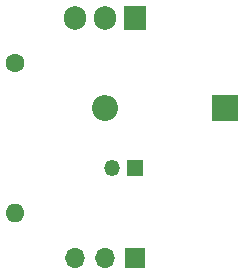
<source format=gbr>
%TF.GenerationSoftware,KiCad,Pcbnew,7.0.1*%
%TF.CreationDate,2023-04-05T13:19:19-06:00*%
%TF.ProjectId,solenoid_driver,736f6c65-6e6f-4696-945f-647269766572,rev?*%
%TF.SameCoordinates,Original*%
%TF.FileFunction,Soldermask,Top*%
%TF.FilePolarity,Negative*%
%FSLAX46Y46*%
G04 Gerber Fmt 4.6, Leading zero omitted, Abs format (unit mm)*
G04 Created by KiCad (PCBNEW 7.0.1) date 2023-04-05 13:19:19*
%MOMM*%
%LPD*%
G01*
G04 APERTURE LIST*
%ADD10R,1.350000X1.350000*%
%ADD11O,1.350000X1.350000*%
%ADD12C,1.600000*%
%ADD13O,1.600000X1.600000*%
%ADD14R,1.905000X2.000000*%
%ADD15O,1.905000X2.000000*%
%ADD16R,1.700000X1.700000*%
%ADD17O,1.700000X1.700000*%
%ADD18R,2.200000X2.200000*%
%ADD19O,2.200000X2.200000*%
G04 APERTURE END LIST*
D10*
%TO.C,J2*%
X149860000Y-91440000D03*
D11*
X147860000Y-91440000D03*
%TD*%
D12*
%TO.C,R1*%
X139700000Y-82550000D03*
D13*
X139700000Y-95250000D03*
%TD*%
D14*
%TO.C,Q1*%
X149860000Y-78740000D03*
D15*
X147320000Y-78740000D03*
X144780000Y-78740000D03*
%TD*%
D16*
%TO.C,J1*%
X149860000Y-99060000D03*
D17*
X147320000Y-99060000D03*
X144780000Y-99060000D03*
%TD*%
D18*
%TO.C,D1*%
X157480000Y-86360000D03*
D19*
X147320000Y-86360000D03*
%TD*%
M02*

</source>
